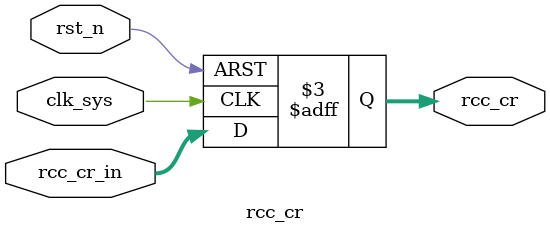
<source format=v>
module rcc_cr (
	input clk_sys			,
	input rst_n  			,  // Asynchronous reset active low
	input [1:0] rcc_cr_in   ,

	output reg [1:0] rcc_cr 
);
	
	always @(posedge clk_sys or negedge rst_n) begin
		if (rst_n == 1'b0) begin
			rcc_cr <= 2'b00 ;
		end
		else begin
			rcc_cr <= rcc_cr_in ;
		end
	end

endmodule
</source>
